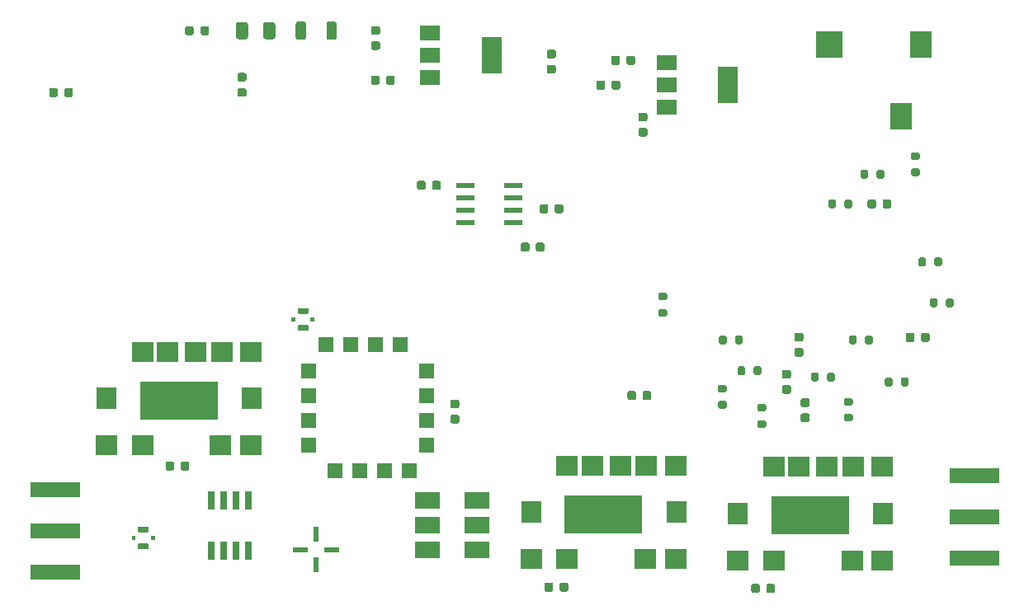
<source format=gbr>
%TF.GenerationSoftware,KiCad,Pcbnew,(5.1.10)-1*%
%TF.CreationDate,2021-08-25T15:37:07-07:00*%
%TF.ProjectId,fmcw,666d6377-2e6b-4696-9361-645f70636258,rev?*%
%TF.SameCoordinates,Original*%
%TF.FileFunction,Paste,Top*%
%TF.FilePolarity,Positive*%
%FSLAX46Y46*%
G04 Gerber Fmt 4.6, Leading zero omitted, Abs format (unit mm)*
G04 Created by KiCad (PCBNEW (5.1.10)-1) date 2021-08-25 15:37:07*
%MOMM*%
%LPD*%
G01*
G04 APERTURE LIST*
%ADD10C,0.010000*%
%ADD11R,0.700000X1.850000*%
%ADD12R,2.540000X1.651000*%
%ADD13R,1.520000X1.520000*%
%ADD14R,1.524000X1.524000*%
%ADD15R,8.000000X4.000000*%
%ADD16R,2.000000X2.200000*%
%ADD17R,2.200000X2.000000*%
%ADD18R,5.080000X1.500000*%
%ADD19R,2.200000X2.800000*%
%ADD20R,2.800000X2.800000*%
%ADD21R,2.000000X1.500000*%
%ADD22R,2.000000X3.800000*%
%ADD23R,1.900000X0.600000*%
%ADD24R,0.610000X1.550000*%
%ADD25R,1.550000X0.610000*%
G04 APERTURE END LIST*
D10*
%TO.C,TP5*%
G36*
X87510000Y-138265000D02*
G01*
X87510000Y-138595000D01*
X87180000Y-138595000D01*
X87180000Y-138265000D01*
X87510000Y-138265000D01*
G37*
X87510000Y-138265000D02*
X87510000Y-138595000D01*
X87180000Y-138595000D01*
X87180000Y-138265000D01*
X87510000Y-138265000D01*
G36*
X85540000Y-138265000D02*
G01*
X85540000Y-138595000D01*
X85210000Y-138595000D01*
X85210000Y-138265000D01*
X85540000Y-138265000D01*
G37*
X85540000Y-138265000D02*
X85540000Y-138595000D01*
X85210000Y-138595000D01*
X85210000Y-138265000D01*
X85540000Y-138265000D01*
G36*
X85860000Y-139530000D02*
G01*
X86860000Y-139530000D01*
X86860000Y-139110000D01*
X86770000Y-139020000D01*
X85950000Y-139020000D01*
X85860000Y-139110000D01*
X85860000Y-139530000D01*
G37*
X85860000Y-139530000D02*
X86860000Y-139530000D01*
X86860000Y-139110000D01*
X86770000Y-139020000D01*
X85950000Y-139020000D01*
X85860000Y-139110000D01*
X85860000Y-139530000D01*
G36*
X86860000Y-137330000D02*
G01*
X85860000Y-137330000D01*
X85860000Y-137750000D01*
X85950000Y-137840000D01*
X86770000Y-137840000D01*
X86860000Y-137750000D01*
X86860000Y-137330000D01*
G37*
X86860000Y-137330000D02*
X85860000Y-137330000D01*
X85860000Y-137750000D01*
X85950000Y-137840000D01*
X86770000Y-137840000D01*
X86860000Y-137750000D01*
X86860000Y-137330000D01*
%TO.C,TP4*%
G36*
X101593000Y-116116000D02*
G01*
X101593000Y-115786000D01*
X101923000Y-115786000D01*
X101923000Y-116116000D01*
X101593000Y-116116000D01*
G37*
X101593000Y-116116000D02*
X101593000Y-115786000D01*
X101923000Y-115786000D01*
X101923000Y-116116000D01*
X101593000Y-116116000D01*
G36*
X103563000Y-116116000D02*
G01*
X103563000Y-115786000D01*
X103893000Y-115786000D01*
X103893000Y-116116000D01*
X103563000Y-116116000D01*
G37*
X103563000Y-116116000D02*
X103563000Y-115786000D01*
X103893000Y-115786000D01*
X103893000Y-116116000D01*
X103563000Y-116116000D01*
G36*
X103243000Y-114851000D02*
G01*
X102243000Y-114851000D01*
X102243000Y-115271000D01*
X102333000Y-115361000D01*
X103153000Y-115361000D01*
X103243000Y-115271000D01*
X103243000Y-114851000D01*
G37*
X103243000Y-114851000D02*
X102243000Y-114851000D01*
X102243000Y-115271000D01*
X102333000Y-115361000D01*
X103153000Y-115361000D01*
X103243000Y-115271000D01*
X103243000Y-114851000D01*
G36*
X102243000Y-117051000D02*
G01*
X103243000Y-117051000D01*
X103243000Y-116631000D01*
X103153000Y-116541000D01*
X102333000Y-116541000D01*
X102243000Y-116631000D01*
X102243000Y-117051000D01*
G37*
X102243000Y-117051000D02*
X103243000Y-117051000D01*
X103243000Y-116631000D01*
X103153000Y-116541000D01*
X102333000Y-116541000D01*
X102243000Y-116631000D01*
X102243000Y-117051000D01*
%TD*%
D11*
%TO.C,IC1*%
X97155000Y-139760000D03*
X95885000Y-139760000D03*
X94615000Y-139760000D03*
X93345000Y-139760000D03*
X93345000Y-134560000D03*
X94615000Y-134560000D03*
X95885000Y-134560000D03*
X97155000Y-134560000D03*
%TD*%
D12*
%TO.C,MX1*%
X115570000Y-139700000D03*
X115570000Y-137160000D03*
X115570000Y-134620000D03*
X120650000Y-134620000D03*
X120650000Y-137160000D03*
X120650000Y-139700000D03*
%TD*%
D13*
%TO.C,X1*%
X112775000Y-118615000D03*
X107695000Y-118615000D03*
X105155000Y-118615000D03*
X103375000Y-121285000D03*
X103375000Y-123825000D03*
X103375000Y-126365000D03*
D14*
X103375000Y-128905000D03*
D13*
X106045000Y-131575000D03*
X108585000Y-131575000D03*
X111125000Y-131575000D03*
X113665000Y-131575000D03*
D14*
X115455000Y-128905000D03*
D13*
X115455000Y-126365000D03*
X115445000Y-123825000D03*
X115445000Y-121285000D03*
X110235000Y-118615000D03*
%TD*%
D15*
%TO.C,U9*%
X90043000Y-124333000D03*
D16*
X97521920Y-124129280D03*
D17*
X97443000Y-128929280D03*
X94343000Y-128929280D03*
X86343000Y-128929280D03*
X82643000Y-128929280D03*
D16*
X82643000Y-124133000D03*
D17*
X86343000Y-119333000D03*
X88893000Y-119333000D03*
X91793000Y-119333000D03*
X94443000Y-119333000D03*
X97443000Y-119333000D03*
%TD*%
D15*
%TO.C,U7*%
X133604000Y-136017000D03*
D16*
X141082920Y-135813280D03*
D17*
X141004000Y-140613280D03*
X137904000Y-140613280D03*
X129904000Y-140613280D03*
X126204000Y-140613280D03*
D16*
X126204000Y-135817000D03*
D17*
X129904000Y-131017000D03*
X132454000Y-131017000D03*
X135354000Y-131017000D03*
X138004000Y-131017000D03*
X141004000Y-131017000D03*
%TD*%
D15*
%TO.C,U8*%
X154822000Y-136144000D03*
D16*
X162300920Y-135940280D03*
D17*
X162222000Y-140740280D03*
X159122000Y-140740280D03*
X151122000Y-140740280D03*
X147422000Y-140740280D03*
D16*
X147422000Y-135944000D03*
D17*
X151122000Y-131144000D03*
X153672000Y-131144000D03*
X156572000Y-131144000D03*
X159222000Y-131144000D03*
X162222000Y-131144000D03*
%TD*%
D18*
%TO.C,J4*%
X77343000Y-133486000D03*
X77343000Y-141986000D03*
X77343000Y-137736000D03*
%TD*%
%TO.C,FB1*%
G36*
G01*
X103090000Y-85659999D02*
X103090000Y-87060001D01*
G75*
G02*
X102840001Y-87310000I-249999J0D01*
G01*
X102289999Y-87310000D01*
G75*
G02*
X102040000Y-87060001I0J249999D01*
G01*
X102040000Y-85659999D01*
G75*
G02*
X102289999Y-85410000I249999J0D01*
G01*
X102840001Y-85410000D01*
G75*
G02*
X103090000Y-85659999I0J-249999D01*
G01*
G37*
G36*
G01*
X106240000Y-85659999D02*
X106240000Y-87060001D01*
G75*
G02*
X105990001Y-87310000I-249999J0D01*
G01*
X105439999Y-87310000D01*
G75*
G02*
X105190000Y-87060001I0J249999D01*
G01*
X105190000Y-85659999D01*
G75*
G02*
X105439999Y-85410000I249999J0D01*
G01*
X105990001Y-85410000D01*
G75*
G02*
X106240000Y-85659999I0J-249999D01*
G01*
G37*
%TD*%
%TO.C,C20*%
G36*
G01*
X162250000Y-104390000D02*
X162250000Y-103890000D01*
G75*
G02*
X162475000Y-103665000I225000J0D01*
G01*
X162925000Y-103665000D01*
G75*
G02*
X163150000Y-103890000I0J-225000D01*
G01*
X163150000Y-104390000D01*
G75*
G02*
X162925000Y-104615000I-225000J0D01*
G01*
X162475000Y-104615000D01*
G75*
G02*
X162250000Y-104390000I0J225000D01*
G01*
G37*
G36*
G01*
X160700000Y-104390000D02*
X160700000Y-103890000D01*
G75*
G02*
X160925000Y-103665000I225000J0D01*
G01*
X161375000Y-103665000D01*
G75*
G02*
X161600000Y-103890000I0J-225000D01*
G01*
X161600000Y-104390000D01*
G75*
G02*
X161375000Y-104615000I-225000J0D01*
G01*
X160925000Y-104615000D01*
G75*
G02*
X160700000Y-104390000I0J225000D01*
G01*
G37*
%TD*%
%TO.C,C19*%
G36*
G01*
X153420000Y-118943000D02*
X153920000Y-118943000D01*
G75*
G02*
X154145000Y-119168000I0J-225000D01*
G01*
X154145000Y-119618000D01*
G75*
G02*
X153920000Y-119843000I-225000J0D01*
G01*
X153420000Y-119843000D01*
G75*
G02*
X153195000Y-119618000I0J225000D01*
G01*
X153195000Y-119168000D01*
G75*
G02*
X153420000Y-118943000I225000J0D01*
G01*
G37*
G36*
G01*
X153420000Y-117393000D02*
X153920000Y-117393000D01*
G75*
G02*
X154145000Y-117618000I0J-225000D01*
G01*
X154145000Y-118068000D01*
G75*
G02*
X153920000Y-118293000I-225000J0D01*
G01*
X153420000Y-118293000D01*
G75*
G02*
X153195000Y-118068000I0J225000D01*
G01*
X153195000Y-117618000D01*
G75*
G02*
X153420000Y-117393000I225000J0D01*
G01*
G37*
%TD*%
%TO.C,C18*%
G36*
G01*
X118614000Y-125151000D02*
X118114000Y-125151000D01*
G75*
G02*
X117889000Y-124926000I0J225000D01*
G01*
X117889000Y-124476000D01*
G75*
G02*
X118114000Y-124251000I225000J0D01*
G01*
X118614000Y-124251000D01*
G75*
G02*
X118839000Y-124476000I0J-225000D01*
G01*
X118839000Y-124926000D01*
G75*
G02*
X118614000Y-125151000I-225000J0D01*
G01*
G37*
G36*
G01*
X118614000Y-126701000D02*
X118114000Y-126701000D01*
G75*
G02*
X117889000Y-126476000I0J225000D01*
G01*
X117889000Y-126026000D01*
G75*
G02*
X118114000Y-125801000I225000J0D01*
G01*
X118614000Y-125801000D01*
G75*
G02*
X118839000Y-126026000I0J-225000D01*
G01*
X118839000Y-126476000D01*
G75*
G02*
X118614000Y-126701000I-225000J0D01*
G01*
G37*
%TD*%
%TO.C,C17*%
G36*
G01*
X115385000Y-101985000D02*
X115385000Y-102485000D01*
G75*
G02*
X115160000Y-102710000I-225000J0D01*
G01*
X114710000Y-102710000D01*
G75*
G02*
X114485000Y-102485000I0J225000D01*
G01*
X114485000Y-101985000D01*
G75*
G02*
X114710000Y-101760000I225000J0D01*
G01*
X115160000Y-101760000D01*
G75*
G02*
X115385000Y-101985000I0J-225000D01*
G01*
G37*
G36*
G01*
X116935000Y-101985000D02*
X116935000Y-102485000D01*
G75*
G02*
X116710000Y-102710000I-225000J0D01*
G01*
X116260000Y-102710000D01*
G75*
G02*
X116035000Y-102485000I0J225000D01*
G01*
X116035000Y-101985000D01*
G75*
G02*
X116260000Y-101760000I225000J0D01*
G01*
X116710000Y-101760000D01*
G75*
G02*
X116935000Y-101985000I0J-225000D01*
G01*
G37*
%TD*%
%TO.C,C16*%
G36*
G01*
X77640000Y-92460000D02*
X77640000Y-92960000D01*
G75*
G02*
X77415000Y-93185000I-225000J0D01*
G01*
X76965000Y-93185000D01*
G75*
G02*
X76740000Y-92960000I0J225000D01*
G01*
X76740000Y-92460000D01*
G75*
G02*
X76965000Y-92235000I225000J0D01*
G01*
X77415000Y-92235000D01*
G75*
G02*
X77640000Y-92460000I0J-225000D01*
G01*
G37*
G36*
G01*
X79190000Y-92460000D02*
X79190000Y-92960000D01*
G75*
G02*
X78965000Y-93185000I-225000J0D01*
G01*
X78515000Y-93185000D01*
G75*
G02*
X78290000Y-92960000I0J225000D01*
G01*
X78290000Y-92460000D01*
G75*
G02*
X78515000Y-92235000I225000J0D01*
G01*
X78965000Y-92235000D01*
G75*
G02*
X79190000Y-92460000I0J-225000D01*
G01*
G37*
%TD*%
%TO.C,C15*%
G36*
G01*
X135961000Y-89658000D02*
X135961000Y-89158000D01*
G75*
G02*
X136186000Y-88933000I225000J0D01*
G01*
X136636000Y-88933000D01*
G75*
G02*
X136861000Y-89158000I0J-225000D01*
G01*
X136861000Y-89658000D01*
G75*
G02*
X136636000Y-89883000I-225000J0D01*
G01*
X136186000Y-89883000D01*
G75*
G02*
X135961000Y-89658000I0J225000D01*
G01*
G37*
G36*
G01*
X134411000Y-89658000D02*
X134411000Y-89158000D01*
G75*
G02*
X134636000Y-88933000I225000J0D01*
G01*
X135086000Y-88933000D01*
G75*
G02*
X135311000Y-89158000I0J-225000D01*
G01*
X135311000Y-89658000D01*
G75*
G02*
X135086000Y-89883000I-225000J0D01*
G01*
X134636000Y-89883000D01*
G75*
G02*
X134411000Y-89658000I0J225000D01*
G01*
G37*
%TD*%
%TO.C,C14*%
G36*
G01*
X128020000Y-89860000D02*
X128520000Y-89860000D01*
G75*
G02*
X128745000Y-90085000I0J-225000D01*
G01*
X128745000Y-90535000D01*
G75*
G02*
X128520000Y-90760000I-225000J0D01*
G01*
X128020000Y-90760000D01*
G75*
G02*
X127795000Y-90535000I0J225000D01*
G01*
X127795000Y-90085000D01*
G75*
G02*
X128020000Y-89860000I225000J0D01*
G01*
G37*
G36*
G01*
X128020000Y-88310000D02*
X128520000Y-88310000D01*
G75*
G02*
X128745000Y-88535000I0J-225000D01*
G01*
X128745000Y-88985000D01*
G75*
G02*
X128520000Y-89210000I-225000J0D01*
G01*
X128020000Y-89210000D01*
G75*
G02*
X127795000Y-88985000I0J225000D01*
G01*
X127795000Y-88535000D01*
G75*
G02*
X128020000Y-88310000I225000J0D01*
G01*
G37*
%TD*%
%TO.C,C1*%
G36*
G01*
X137418000Y-94787000D02*
X137918000Y-94787000D01*
G75*
G02*
X138143000Y-95012000I0J-225000D01*
G01*
X138143000Y-95462000D01*
G75*
G02*
X137918000Y-95687000I-225000J0D01*
G01*
X137418000Y-95687000D01*
G75*
G02*
X137193000Y-95462000I0J225000D01*
G01*
X137193000Y-95012000D01*
G75*
G02*
X137418000Y-94787000I225000J0D01*
G01*
G37*
G36*
G01*
X137418000Y-96337000D02*
X137918000Y-96337000D01*
G75*
G02*
X138143000Y-96562000I0J-225000D01*
G01*
X138143000Y-97012000D01*
G75*
G02*
X137918000Y-97237000I-225000J0D01*
G01*
X137418000Y-97237000D01*
G75*
G02*
X137193000Y-97012000I0J225000D01*
G01*
X137193000Y-96562000D01*
G75*
G02*
X137418000Y-96337000I225000J0D01*
G01*
G37*
%TD*%
%TO.C,C2*%
G36*
G01*
X133787000Y-91698000D02*
X133787000Y-92198000D01*
G75*
G02*
X133562000Y-92423000I-225000J0D01*
G01*
X133112000Y-92423000D01*
G75*
G02*
X132887000Y-92198000I0J225000D01*
G01*
X132887000Y-91698000D01*
G75*
G02*
X133112000Y-91473000I225000J0D01*
G01*
X133562000Y-91473000D01*
G75*
G02*
X133787000Y-91698000I0J-225000D01*
G01*
G37*
G36*
G01*
X135337000Y-91698000D02*
X135337000Y-92198000D01*
G75*
G02*
X135112000Y-92423000I-225000J0D01*
G01*
X134662000Y-92423000D01*
G75*
G02*
X134437000Y-92198000I0J225000D01*
G01*
X134437000Y-91698000D01*
G75*
G02*
X134662000Y-91473000I225000J0D01*
G01*
X135112000Y-91473000D01*
G75*
G02*
X135337000Y-91698000I0J-225000D01*
G01*
G37*
%TD*%
%TO.C,C3*%
G36*
G01*
X109986000Y-85884000D02*
X110486000Y-85884000D01*
G75*
G02*
X110711000Y-86109000I0J-225000D01*
G01*
X110711000Y-86559000D01*
G75*
G02*
X110486000Y-86784000I-225000J0D01*
G01*
X109986000Y-86784000D01*
G75*
G02*
X109761000Y-86559000I0J225000D01*
G01*
X109761000Y-86109000D01*
G75*
G02*
X109986000Y-85884000I225000J0D01*
G01*
G37*
G36*
G01*
X109986000Y-87434000D02*
X110486000Y-87434000D01*
G75*
G02*
X110711000Y-87659000I0J-225000D01*
G01*
X110711000Y-88109000D01*
G75*
G02*
X110486000Y-88334000I-225000J0D01*
G01*
X109986000Y-88334000D01*
G75*
G02*
X109761000Y-88109000I0J225000D01*
G01*
X109761000Y-87659000D01*
G75*
G02*
X109986000Y-87434000I225000J0D01*
G01*
G37*
%TD*%
%TO.C,C4*%
G36*
G01*
X110660000Y-91190000D02*
X110660000Y-91690000D01*
G75*
G02*
X110435000Y-91915000I-225000J0D01*
G01*
X109985000Y-91915000D01*
G75*
G02*
X109760000Y-91690000I0J225000D01*
G01*
X109760000Y-91190000D01*
G75*
G02*
X109985000Y-90965000I225000J0D01*
G01*
X110435000Y-90965000D01*
G75*
G02*
X110660000Y-91190000I0J-225000D01*
G01*
G37*
G36*
G01*
X112210000Y-91190000D02*
X112210000Y-91690000D01*
G75*
G02*
X111985000Y-91915000I-225000J0D01*
G01*
X111535000Y-91915000D01*
G75*
G02*
X111310000Y-91690000I0J225000D01*
G01*
X111310000Y-91190000D01*
G75*
G02*
X111535000Y-90965000I225000J0D01*
G01*
X111985000Y-90965000D01*
G75*
G02*
X112210000Y-91190000I0J-225000D01*
G01*
G37*
%TD*%
%TO.C,C5*%
G36*
G01*
X127058000Y-104898000D02*
X127058000Y-104398000D01*
G75*
G02*
X127283000Y-104173000I225000J0D01*
G01*
X127733000Y-104173000D01*
G75*
G02*
X127958000Y-104398000I0J-225000D01*
G01*
X127958000Y-104898000D01*
G75*
G02*
X127733000Y-105123000I-225000J0D01*
G01*
X127283000Y-105123000D01*
G75*
G02*
X127058000Y-104898000I0J225000D01*
G01*
G37*
G36*
G01*
X128608000Y-104898000D02*
X128608000Y-104398000D01*
G75*
G02*
X128833000Y-104173000I225000J0D01*
G01*
X129283000Y-104173000D01*
G75*
G02*
X129508000Y-104398000I0J-225000D01*
G01*
X129508000Y-104898000D01*
G75*
G02*
X129283000Y-105123000I-225000J0D01*
G01*
X128833000Y-105123000D01*
G75*
G02*
X128608000Y-104898000I0J225000D01*
G01*
G37*
%TD*%
%TO.C,C6*%
G36*
G01*
X127553000Y-143760000D02*
X127553000Y-143260000D01*
G75*
G02*
X127778000Y-143035000I225000J0D01*
G01*
X128228000Y-143035000D01*
G75*
G02*
X128453000Y-143260000I0J-225000D01*
G01*
X128453000Y-143760000D01*
G75*
G02*
X128228000Y-143985000I-225000J0D01*
G01*
X127778000Y-143985000D01*
G75*
G02*
X127553000Y-143760000I0J225000D01*
G01*
G37*
G36*
G01*
X129103000Y-143760000D02*
X129103000Y-143260000D01*
G75*
G02*
X129328000Y-143035000I225000J0D01*
G01*
X129778000Y-143035000D01*
G75*
G02*
X130003000Y-143260000I0J-225000D01*
G01*
X130003000Y-143760000D01*
G75*
G02*
X129778000Y-143985000I-225000J0D01*
G01*
X129328000Y-143985000D01*
G75*
G02*
X129103000Y-143760000I0J225000D01*
G01*
G37*
%TD*%
%TO.C,C7*%
G36*
G01*
X136975000Y-123575000D02*
X136975000Y-124075000D01*
G75*
G02*
X136750000Y-124300000I-225000J0D01*
G01*
X136300000Y-124300000D01*
G75*
G02*
X136075000Y-124075000I0J225000D01*
G01*
X136075000Y-123575000D01*
G75*
G02*
X136300000Y-123350000I225000J0D01*
G01*
X136750000Y-123350000D01*
G75*
G02*
X136975000Y-123575000I0J-225000D01*
G01*
G37*
G36*
G01*
X138525000Y-123575000D02*
X138525000Y-124075000D01*
G75*
G02*
X138300000Y-124300000I-225000J0D01*
G01*
X137850000Y-124300000D01*
G75*
G02*
X137625000Y-124075000I0J225000D01*
G01*
X137625000Y-123575000D01*
G75*
G02*
X137850000Y-123350000I225000J0D01*
G01*
X138300000Y-123350000D01*
G75*
G02*
X138525000Y-123575000I0J-225000D01*
G01*
G37*
%TD*%
%TO.C,C8*%
G36*
G01*
X152650000Y-123653000D02*
X152150000Y-123653000D01*
G75*
G02*
X151925000Y-123428000I0J225000D01*
G01*
X151925000Y-122978000D01*
G75*
G02*
X152150000Y-122753000I225000J0D01*
G01*
X152650000Y-122753000D01*
G75*
G02*
X152875000Y-122978000I0J-225000D01*
G01*
X152875000Y-123428000D01*
G75*
G02*
X152650000Y-123653000I-225000J0D01*
G01*
G37*
G36*
G01*
X152650000Y-122103000D02*
X152150000Y-122103000D01*
G75*
G02*
X151925000Y-121878000I0J225000D01*
G01*
X151925000Y-121428000D01*
G75*
G02*
X152150000Y-121203000I225000J0D01*
G01*
X152650000Y-121203000D01*
G75*
G02*
X152875000Y-121428000I0J-225000D01*
G01*
X152875000Y-121878000D01*
G75*
G02*
X152650000Y-122103000I-225000J0D01*
G01*
G37*
%TD*%
%TO.C,C9*%
G36*
G01*
X154055000Y-124111000D02*
X154555000Y-124111000D01*
G75*
G02*
X154780000Y-124336000I0J-225000D01*
G01*
X154780000Y-124786000D01*
G75*
G02*
X154555000Y-125011000I-225000J0D01*
G01*
X154055000Y-125011000D01*
G75*
G02*
X153830000Y-124786000I0J225000D01*
G01*
X153830000Y-124336000D01*
G75*
G02*
X154055000Y-124111000I225000J0D01*
G01*
G37*
G36*
G01*
X154055000Y-125661000D02*
X154555000Y-125661000D01*
G75*
G02*
X154780000Y-125886000I0J-225000D01*
G01*
X154780000Y-126336000D01*
G75*
G02*
X154555000Y-126561000I-225000J0D01*
G01*
X154055000Y-126561000D01*
G75*
G02*
X153830000Y-126336000I0J225000D01*
G01*
X153830000Y-125886000D01*
G75*
G02*
X154055000Y-125661000I225000J0D01*
G01*
G37*
%TD*%
%TO.C,C10*%
G36*
G01*
X164637000Y-118106000D02*
X164637000Y-117606000D01*
G75*
G02*
X164862000Y-117381000I225000J0D01*
G01*
X165312000Y-117381000D01*
G75*
G02*
X165537000Y-117606000I0J-225000D01*
G01*
X165537000Y-118106000D01*
G75*
G02*
X165312000Y-118331000I-225000J0D01*
G01*
X164862000Y-118331000D01*
G75*
G02*
X164637000Y-118106000I0J225000D01*
G01*
G37*
G36*
G01*
X166187000Y-118106000D02*
X166187000Y-117606000D01*
G75*
G02*
X166412000Y-117381000I225000J0D01*
G01*
X166862000Y-117381000D01*
G75*
G02*
X167087000Y-117606000I0J-225000D01*
G01*
X167087000Y-118106000D01*
G75*
G02*
X166862000Y-118331000I-225000J0D01*
G01*
X166412000Y-118331000D01*
G75*
G02*
X166187000Y-118106000I0J225000D01*
G01*
G37*
%TD*%
%TO.C,C11*%
G36*
G01*
X149675000Y-143387000D02*
X149675000Y-143887000D01*
G75*
G02*
X149450000Y-144112000I-225000J0D01*
G01*
X149000000Y-144112000D01*
G75*
G02*
X148775000Y-143887000I0J225000D01*
G01*
X148775000Y-143387000D01*
G75*
G02*
X149000000Y-143162000I225000J0D01*
G01*
X149450000Y-143162000D01*
G75*
G02*
X149675000Y-143387000I0J-225000D01*
G01*
G37*
G36*
G01*
X151225000Y-143387000D02*
X151225000Y-143887000D01*
G75*
G02*
X151000000Y-144112000I-225000J0D01*
G01*
X150550000Y-144112000D01*
G75*
G02*
X150325000Y-143887000I0J225000D01*
G01*
X150325000Y-143387000D01*
G75*
G02*
X150550000Y-143162000I225000J0D01*
G01*
X151000000Y-143162000D01*
G75*
G02*
X151225000Y-143387000I0J-225000D01*
G01*
G37*
%TD*%
%TO.C,C12*%
G36*
G01*
X89578000Y-130814000D02*
X89578000Y-131314000D01*
G75*
G02*
X89353000Y-131539000I-225000J0D01*
G01*
X88903000Y-131539000D01*
G75*
G02*
X88678000Y-131314000I0J225000D01*
G01*
X88678000Y-130814000D01*
G75*
G02*
X88903000Y-130589000I225000J0D01*
G01*
X89353000Y-130589000D01*
G75*
G02*
X89578000Y-130814000I0J-225000D01*
G01*
G37*
G36*
G01*
X91128000Y-130814000D02*
X91128000Y-131314000D01*
G75*
G02*
X90903000Y-131539000I-225000J0D01*
G01*
X90453000Y-131539000D01*
G75*
G02*
X90228000Y-131314000I0J225000D01*
G01*
X90228000Y-130814000D01*
G75*
G02*
X90453000Y-130589000I225000J0D01*
G01*
X90903000Y-130589000D01*
G75*
G02*
X91128000Y-130814000I0J-225000D01*
G01*
G37*
%TD*%
%TO.C,C13*%
G36*
G01*
X126677000Y-108835000D02*
X126677000Y-108335000D01*
G75*
G02*
X126902000Y-108110000I225000J0D01*
G01*
X127352000Y-108110000D01*
G75*
G02*
X127577000Y-108335000I0J-225000D01*
G01*
X127577000Y-108835000D01*
G75*
G02*
X127352000Y-109060000I-225000J0D01*
G01*
X126902000Y-109060000D01*
G75*
G02*
X126677000Y-108835000I0J225000D01*
G01*
G37*
G36*
G01*
X125127000Y-108835000D02*
X125127000Y-108335000D01*
G75*
G02*
X125352000Y-108110000I225000J0D01*
G01*
X125802000Y-108110000D01*
G75*
G02*
X126027000Y-108335000I0J-225000D01*
G01*
X126027000Y-108835000D01*
G75*
G02*
X125802000Y-109060000I-225000J0D01*
G01*
X125352000Y-109060000D01*
G75*
G02*
X125127000Y-108835000I0J225000D01*
G01*
G37*
%TD*%
%TO.C,D1*%
G36*
G01*
X96263750Y-90697500D02*
X96776250Y-90697500D01*
G75*
G02*
X96995000Y-90916250I0J-218750D01*
G01*
X96995000Y-91353750D01*
G75*
G02*
X96776250Y-91572500I-218750J0D01*
G01*
X96263750Y-91572500D01*
G75*
G02*
X96045000Y-91353750I0J218750D01*
G01*
X96045000Y-90916250D01*
G75*
G02*
X96263750Y-90697500I218750J0D01*
G01*
G37*
G36*
G01*
X96263750Y-92272500D02*
X96776250Y-92272500D01*
G75*
G02*
X96995000Y-92491250I0J-218750D01*
G01*
X96995000Y-92928750D01*
G75*
G02*
X96776250Y-93147500I-218750J0D01*
G01*
X96263750Y-93147500D01*
G75*
G02*
X96045000Y-92928750I0J218750D01*
G01*
X96045000Y-92491250D01*
G75*
G02*
X96263750Y-92272500I218750J0D01*
G01*
G37*
%TD*%
%TO.C,D2*%
G36*
G01*
X91572500Y-86103750D02*
X91572500Y-86616250D01*
G75*
G02*
X91353750Y-86835000I-218750J0D01*
G01*
X90916250Y-86835000D01*
G75*
G02*
X90697500Y-86616250I0J218750D01*
G01*
X90697500Y-86103750D01*
G75*
G02*
X90916250Y-85885000I218750J0D01*
G01*
X91353750Y-85885000D01*
G75*
G02*
X91572500Y-86103750I0J-218750D01*
G01*
G37*
G36*
G01*
X93147500Y-86103750D02*
X93147500Y-86616250D01*
G75*
G02*
X92928750Y-86835000I-218750J0D01*
G01*
X92491250Y-86835000D01*
G75*
G02*
X92272500Y-86616250I0J218750D01*
G01*
X92272500Y-86103750D01*
G75*
G02*
X92491250Y-85885000I218750J0D01*
G01*
X92928750Y-85885000D01*
G75*
G02*
X93147500Y-86103750I0J-218750D01*
G01*
G37*
%TD*%
%TO.C,F1*%
G36*
G01*
X95895000Y-86985000D02*
X95895000Y-85735000D01*
G75*
G02*
X96145000Y-85485000I250000J0D01*
G01*
X96895000Y-85485000D01*
G75*
G02*
X97145000Y-85735000I0J-250000D01*
G01*
X97145000Y-86985000D01*
G75*
G02*
X96895000Y-87235000I-250000J0D01*
G01*
X96145000Y-87235000D01*
G75*
G02*
X95895000Y-86985000I0J250000D01*
G01*
G37*
G36*
G01*
X98695000Y-86985000D02*
X98695000Y-85735000D01*
G75*
G02*
X98945000Y-85485000I250000J0D01*
G01*
X99695000Y-85485000D01*
G75*
G02*
X99945000Y-85735000I0J-250000D01*
G01*
X99945000Y-86985000D01*
G75*
G02*
X99695000Y-87235000I-250000J0D01*
G01*
X98945000Y-87235000D01*
G75*
G02*
X98695000Y-86985000I0J250000D01*
G01*
G37*
%TD*%
D19*
%TO.C,J3*%
X164160000Y-95140000D03*
X166160000Y-87740000D03*
D20*
X156760000Y-87740000D03*
%TD*%
D18*
%TO.C,J5*%
X171704000Y-136271000D03*
X171704000Y-132021000D03*
X171704000Y-140521000D03*
%TD*%
%TO.C,R2*%
G36*
G01*
X139975000Y-115716000D02*
X139425000Y-115716000D01*
G75*
G02*
X139225000Y-115516000I0J200000D01*
G01*
X139225000Y-115116000D01*
G75*
G02*
X139425000Y-114916000I200000J0D01*
G01*
X139975000Y-114916000D01*
G75*
G02*
X140175000Y-115116000I0J-200000D01*
G01*
X140175000Y-115516000D01*
G75*
G02*
X139975000Y-115716000I-200000J0D01*
G01*
G37*
G36*
G01*
X139975000Y-114066000D02*
X139425000Y-114066000D01*
G75*
G02*
X139225000Y-113866000I0J200000D01*
G01*
X139225000Y-113466000D01*
G75*
G02*
X139425000Y-113266000I200000J0D01*
G01*
X139975000Y-113266000D01*
G75*
G02*
X140175000Y-113466000I0J-200000D01*
G01*
X140175000Y-113866000D01*
G75*
G02*
X139975000Y-114066000I-200000J0D01*
G01*
G37*
%TD*%
%TO.C,R3*%
G36*
G01*
X148165000Y-121010000D02*
X148165000Y-121560000D01*
G75*
G02*
X147965000Y-121760000I-200000J0D01*
G01*
X147565000Y-121760000D01*
G75*
G02*
X147365000Y-121560000I0J200000D01*
G01*
X147365000Y-121010000D01*
G75*
G02*
X147565000Y-120810000I200000J0D01*
G01*
X147965000Y-120810000D01*
G75*
G02*
X148165000Y-121010000I0J-200000D01*
G01*
G37*
G36*
G01*
X149815000Y-121010000D02*
X149815000Y-121560000D01*
G75*
G02*
X149615000Y-121760000I-200000J0D01*
G01*
X149215000Y-121760000D01*
G75*
G02*
X149015000Y-121560000I0J200000D01*
G01*
X149015000Y-121010000D01*
G75*
G02*
X149215000Y-120810000I200000J0D01*
G01*
X149615000Y-120810000D01*
G75*
G02*
X149815000Y-121010000I0J-200000D01*
G01*
G37*
%TD*%
%TO.C,R4*%
G36*
G01*
X147910000Y-117835000D02*
X147910000Y-118385000D01*
G75*
G02*
X147710000Y-118585000I-200000J0D01*
G01*
X147310000Y-118585000D01*
G75*
G02*
X147110000Y-118385000I0J200000D01*
G01*
X147110000Y-117835000D01*
G75*
G02*
X147310000Y-117635000I200000J0D01*
G01*
X147710000Y-117635000D01*
G75*
G02*
X147910000Y-117835000I0J-200000D01*
G01*
G37*
G36*
G01*
X146260000Y-117835000D02*
X146260000Y-118385000D01*
G75*
G02*
X146060000Y-118585000I-200000J0D01*
G01*
X145660000Y-118585000D01*
G75*
G02*
X145460000Y-118385000I0J200000D01*
G01*
X145460000Y-117835000D01*
G75*
G02*
X145660000Y-117635000I200000J0D01*
G01*
X146060000Y-117635000D01*
G75*
G02*
X146260000Y-117835000I0J-200000D01*
G01*
G37*
%TD*%
%TO.C,R5*%
G36*
G01*
X146071000Y-123527000D02*
X145521000Y-123527000D01*
G75*
G02*
X145321000Y-123327000I0J200000D01*
G01*
X145321000Y-122927000D01*
G75*
G02*
X145521000Y-122727000I200000J0D01*
G01*
X146071000Y-122727000D01*
G75*
G02*
X146271000Y-122927000I0J-200000D01*
G01*
X146271000Y-123327000D01*
G75*
G02*
X146071000Y-123527000I-200000J0D01*
G01*
G37*
G36*
G01*
X146071000Y-125177000D02*
X145521000Y-125177000D01*
G75*
G02*
X145321000Y-124977000I0J200000D01*
G01*
X145321000Y-124577000D01*
G75*
G02*
X145521000Y-124377000I200000J0D01*
G01*
X146071000Y-124377000D01*
G75*
G02*
X146271000Y-124577000I0J-200000D01*
G01*
X146271000Y-124977000D01*
G75*
G02*
X146071000Y-125177000I-200000J0D01*
G01*
G37*
%TD*%
%TO.C,R6*%
G36*
G01*
X149585000Y-126345000D02*
X150135000Y-126345000D01*
G75*
G02*
X150335000Y-126545000I0J-200000D01*
G01*
X150335000Y-126945000D01*
G75*
G02*
X150135000Y-127145000I-200000J0D01*
G01*
X149585000Y-127145000D01*
G75*
G02*
X149385000Y-126945000I0J200000D01*
G01*
X149385000Y-126545000D01*
G75*
G02*
X149585000Y-126345000I200000J0D01*
G01*
G37*
G36*
G01*
X149585000Y-124695000D02*
X150135000Y-124695000D01*
G75*
G02*
X150335000Y-124895000I0J-200000D01*
G01*
X150335000Y-125295000D01*
G75*
G02*
X150135000Y-125495000I-200000J0D01*
G01*
X149585000Y-125495000D01*
G75*
G02*
X149385000Y-125295000I0J200000D01*
G01*
X149385000Y-124895000D01*
G75*
G02*
X149585000Y-124695000I200000J0D01*
G01*
G37*
%TD*%
%TO.C,R7*%
G36*
G01*
X157372000Y-121645000D02*
X157372000Y-122195000D01*
G75*
G02*
X157172000Y-122395000I-200000J0D01*
G01*
X156772000Y-122395000D01*
G75*
G02*
X156572000Y-122195000I0J200000D01*
G01*
X156572000Y-121645000D01*
G75*
G02*
X156772000Y-121445000I200000J0D01*
G01*
X157172000Y-121445000D01*
G75*
G02*
X157372000Y-121645000I0J-200000D01*
G01*
G37*
G36*
G01*
X155722000Y-121645000D02*
X155722000Y-122195000D01*
G75*
G02*
X155522000Y-122395000I-200000J0D01*
G01*
X155122000Y-122395000D01*
G75*
G02*
X154922000Y-122195000I0J200000D01*
G01*
X154922000Y-121645000D01*
G75*
G02*
X155122000Y-121445000I200000J0D01*
G01*
X155522000Y-121445000D01*
G75*
G02*
X155722000Y-121645000I0J-200000D01*
G01*
G37*
%TD*%
%TO.C,R8*%
G36*
G01*
X159025000Y-126511000D02*
X158475000Y-126511000D01*
G75*
G02*
X158275000Y-126311000I0J200000D01*
G01*
X158275000Y-125911000D01*
G75*
G02*
X158475000Y-125711000I200000J0D01*
G01*
X159025000Y-125711000D01*
G75*
G02*
X159225000Y-125911000I0J-200000D01*
G01*
X159225000Y-126311000D01*
G75*
G02*
X159025000Y-126511000I-200000J0D01*
G01*
G37*
G36*
G01*
X159025000Y-124861000D02*
X158475000Y-124861000D01*
G75*
G02*
X158275000Y-124661000I0J200000D01*
G01*
X158275000Y-124261000D01*
G75*
G02*
X158475000Y-124061000I200000J0D01*
G01*
X159025000Y-124061000D01*
G75*
G02*
X159225000Y-124261000I0J-200000D01*
G01*
X159225000Y-124661000D01*
G75*
G02*
X159025000Y-124861000I-200000J0D01*
G01*
G37*
%TD*%
%TO.C,R9*%
G36*
G01*
X160445000Y-118385000D02*
X160445000Y-117835000D01*
G75*
G02*
X160645000Y-117635000I200000J0D01*
G01*
X161045000Y-117635000D01*
G75*
G02*
X161245000Y-117835000I0J-200000D01*
G01*
X161245000Y-118385000D01*
G75*
G02*
X161045000Y-118585000I-200000J0D01*
G01*
X160645000Y-118585000D01*
G75*
G02*
X160445000Y-118385000I0J200000D01*
G01*
G37*
G36*
G01*
X158795000Y-118385000D02*
X158795000Y-117835000D01*
G75*
G02*
X158995000Y-117635000I200000J0D01*
G01*
X159395000Y-117635000D01*
G75*
G02*
X159595000Y-117835000I0J-200000D01*
G01*
X159595000Y-118385000D01*
G75*
G02*
X159395000Y-118585000I-200000J0D01*
G01*
X158995000Y-118585000D01*
G75*
G02*
X158795000Y-118385000I0J200000D01*
G01*
G37*
%TD*%
%TO.C,R10*%
G36*
G01*
X163278000Y-122153000D02*
X163278000Y-122703000D01*
G75*
G02*
X163078000Y-122903000I-200000J0D01*
G01*
X162678000Y-122903000D01*
G75*
G02*
X162478000Y-122703000I0J200000D01*
G01*
X162478000Y-122153000D01*
G75*
G02*
X162678000Y-121953000I200000J0D01*
G01*
X163078000Y-121953000D01*
G75*
G02*
X163278000Y-122153000I0J-200000D01*
G01*
G37*
G36*
G01*
X164928000Y-122153000D02*
X164928000Y-122703000D01*
G75*
G02*
X164728000Y-122903000I-200000J0D01*
G01*
X164328000Y-122903000D01*
G75*
G02*
X164128000Y-122703000I0J200000D01*
G01*
X164128000Y-122153000D01*
G75*
G02*
X164328000Y-121953000I200000J0D01*
G01*
X164728000Y-121953000D01*
G75*
G02*
X164928000Y-122153000I0J-200000D01*
G01*
G37*
%TD*%
%TO.C,R11*%
G36*
G01*
X167914000Y-114025000D02*
X167914000Y-114575000D01*
G75*
G02*
X167714000Y-114775000I-200000J0D01*
G01*
X167314000Y-114775000D01*
G75*
G02*
X167114000Y-114575000I0J200000D01*
G01*
X167114000Y-114025000D01*
G75*
G02*
X167314000Y-113825000I200000J0D01*
G01*
X167714000Y-113825000D01*
G75*
G02*
X167914000Y-114025000I0J-200000D01*
G01*
G37*
G36*
G01*
X169564000Y-114025000D02*
X169564000Y-114575000D01*
G75*
G02*
X169364000Y-114775000I-200000J0D01*
G01*
X168964000Y-114775000D01*
G75*
G02*
X168764000Y-114575000I0J200000D01*
G01*
X168764000Y-114025000D01*
G75*
G02*
X168964000Y-113825000I200000J0D01*
G01*
X169364000Y-113825000D01*
G75*
G02*
X169564000Y-114025000I0J-200000D01*
G01*
G37*
%TD*%
%TO.C,R12*%
G36*
G01*
X165907000Y-110384000D02*
X165907000Y-109834000D01*
G75*
G02*
X166107000Y-109634000I200000J0D01*
G01*
X166507000Y-109634000D01*
G75*
G02*
X166707000Y-109834000I0J-200000D01*
G01*
X166707000Y-110384000D01*
G75*
G02*
X166507000Y-110584000I-200000J0D01*
G01*
X166107000Y-110584000D01*
G75*
G02*
X165907000Y-110384000I0J200000D01*
G01*
G37*
G36*
G01*
X167557000Y-110384000D02*
X167557000Y-109834000D01*
G75*
G02*
X167757000Y-109634000I200000J0D01*
G01*
X168157000Y-109634000D01*
G75*
G02*
X168357000Y-109834000I0J-200000D01*
G01*
X168357000Y-110384000D01*
G75*
G02*
X168157000Y-110584000I-200000J0D01*
G01*
X167757000Y-110584000D01*
G75*
G02*
X167557000Y-110384000I0J200000D01*
G01*
G37*
%TD*%
%TO.C,R13*%
G36*
G01*
X156700000Y-104415000D02*
X156700000Y-103865000D01*
G75*
G02*
X156900000Y-103665000I200000J0D01*
G01*
X157300000Y-103665000D01*
G75*
G02*
X157500000Y-103865000I0J-200000D01*
G01*
X157500000Y-104415000D01*
G75*
G02*
X157300000Y-104615000I-200000J0D01*
G01*
X156900000Y-104615000D01*
G75*
G02*
X156700000Y-104415000I0J200000D01*
G01*
G37*
G36*
G01*
X158350000Y-104415000D02*
X158350000Y-103865000D01*
G75*
G02*
X158550000Y-103665000I200000J0D01*
G01*
X158950000Y-103665000D01*
G75*
G02*
X159150000Y-103865000I0J-200000D01*
G01*
X159150000Y-104415000D01*
G75*
G02*
X158950000Y-104615000I-200000J0D01*
G01*
X158550000Y-104615000D01*
G75*
G02*
X158350000Y-104415000I0J200000D01*
G01*
G37*
%TD*%
%TO.C,R14*%
G36*
G01*
X161652000Y-101367000D02*
X161652000Y-100817000D01*
G75*
G02*
X161852000Y-100617000I200000J0D01*
G01*
X162252000Y-100617000D01*
G75*
G02*
X162452000Y-100817000I0J-200000D01*
G01*
X162452000Y-101367000D01*
G75*
G02*
X162252000Y-101567000I-200000J0D01*
G01*
X161852000Y-101567000D01*
G75*
G02*
X161652000Y-101367000I0J200000D01*
G01*
G37*
G36*
G01*
X160002000Y-101367000D02*
X160002000Y-100817000D01*
G75*
G02*
X160202000Y-100617000I200000J0D01*
G01*
X160602000Y-100617000D01*
G75*
G02*
X160802000Y-100817000I0J-200000D01*
G01*
X160802000Y-101367000D01*
G75*
G02*
X160602000Y-101567000I-200000J0D01*
G01*
X160202000Y-101567000D01*
G75*
G02*
X160002000Y-101367000I0J200000D01*
G01*
G37*
%TD*%
%TO.C,R15*%
G36*
G01*
X165883000Y-101301000D02*
X165333000Y-101301000D01*
G75*
G02*
X165133000Y-101101000I0J200000D01*
G01*
X165133000Y-100701000D01*
G75*
G02*
X165333000Y-100501000I200000J0D01*
G01*
X165883000Y-100501000D01*
G75*
G02*
X166083000Y-100701000I0J-200000D01*
G01*
X166083000Y-101101000D01*
G75*
G02*
X165883000Y-101301000I-200000J0D01*
G01*
G37*
G36*
G01*
X165883000Y-99651000D02*
X165333000Y-99651000D01*
G75*
G02*
X165133000Y-99451000I0J200000D01*
G01*
X165133000Y-99051000D01*
G75*
G02*
X165333000Y-98851000I200000J0D01*
G01*
X165883000Y-98851000D01*
G75*
G02*
X166083000Y-99051000I0J-200000D01*
G01*
X166083000Y-99451000D01*
G75*
G02*
X165883000Y-99651000I-200000J0D01*
G01*
G37*
%TD*%
D21*
%TO.C,U1*%
X140106000Y-89648000D03*
X140106000Y-94248000D03*
X140106000Y-91948000D03*
D22*
X146406000Y-91948000D03*
%TD*%
%TO.C,U2*%
X122124000Y-88900000D03*
D21*
X115824000Y-88900000D03*
X115824000Y-91200000D03*
X115824000Y-86600000D03*
%TD*%
D23*
%TO.C,U4*%
X124375000Y-102235000D03*
X124375000Y-103505000D03*
X124375000Y-104775000D03*
X124375000Y-106045000D03*
X119465000Y-106045000D03*
X119465000Y-104775000D03*
X119465000Y-103505000D03*
X119465000Y-102235000D03*
%TD*%
D24*
%TO.C,U6*%
X104140000Y-141224000D03*
D25*
X105730000Y-139674000D03*
D24*
X104140000Y-138089000D03*
D25*
X102550000Y-139674000D03*
%TD*%
M02*

</source>
